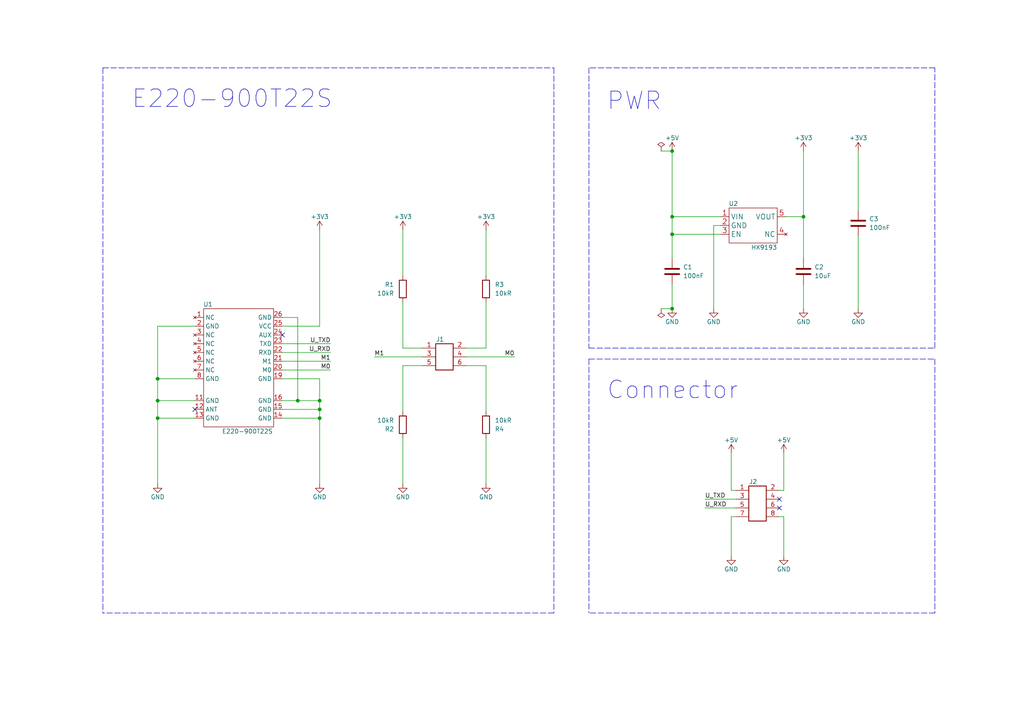
<source format=kicad_sch>
(kicad_sch (version 20211123) (generator eeschema)
  (paper "A4")
  (title_block (title "UART TT MCU") (date "2022-03-13") (rev "1.0.1"))
  (lib_symbols
    (symbol "Connector_Generic:Conn_02x03_Odd_Even" (pin_names (offset 1.016) hide)
      (property "Reference" "J" (at 1.27 5.08 0))
      (property "Value" "Conn_02x03_Odd_Even" (at 1.27 -5.08 0))
      (symbol "Conn_02x03_Odd_Even_1_1"
        (rectangle (start -1.27 3.81) (end 3.81 -3.81) (stroke (width 0.254)))
        (pin passive line (at -5.08 2.54 0) (length 3.81) (name "Pin_1") (number "1"))
        (pin passive line (at 7.62 2.54 180) (length 3.81) (name "Pin_2") (number "2"))
        (pin passive line (at -5.08 0 0) (length 3.81) (name "Pin_3") (number "3"))
        (pin passive line (at 7.62 0 180) (length 3.81) (name "Pin_4") (number "4"))
        (pin passive line (at -5.08 -2.54 0) (length 3.81) (name "Pin_5") (number "5"))
        (pin passive line (at 7.62 -2.54 180) (length 3.81) (name "Pin_6") (number "6"))
      )
    )
    (symbol "Connector_Generic:Conn_02x04_Odd_Even" (pin_names (offset 1.016) hide)
      (property "Reference" "J" (at 1.27 5.08 0))
      (property "Value" "Conn_02x04_Odd_Even" (at 1.27 -7.62 0))
      (symbol "Conn_02x04_Odd_Even_1_1"
        (rectangle (start -1.27 3.81) (end 3.81 -6.35) (stroke (width 0.254)))
        (pin passive line (at -5.08 2.54 0) (length 3.81) (name "Pin_1") (number "1"))
        (pin passive line (at 7.62 2.54 180) (length 3.81) (name "Pin_2") (number "2"))
        (pin passive line (at -5.08 0 0) (length 3.81) (name "Pin_3") (number "3"))
        (pin passive line (at 7.62 0 180) (length 3.81) (name "Pin_4") (number "4"))
        (pin passive line (at -5.08 -2.54 0) (length 3.81) (name "Pin_5") (number "5"))
        (pin passive line (at 7.62 -2.54 180) (length 3.81) (name "Pin_6") (number "6"))
        (pin passive line (at -5.08 -5.08 0) (length 3.81) (name "Pin_7") (number "7"))
        (pin passive line (at 7.62 -5.08 180) (length 3.81) (name "Pin_8") (number "8"))
      )
    )
    (symbol "Device:C" (pin_numbers hide) (pin_names (offset 0.254))
      (property "Reference" "C" (at 0.635 2.54 0))
      (property "Value" "C" (at 0.635 -2.54 0))
      (symbol "C_0_1"
        (polyline (pts (xy -2.032 -0.762) (xy 2.032 -0.762)) (stroke (width 0.508)))
        (polyline (pts (xy -2.032 0.762) (xy 2.032 0.762)) (stroke (width 0.508)))
      )
      (symbol "C_1_1"
        (pin passive line (at 0 3.81 270) (length 2.794) (name "~") (number "1"))
        (pin passive line (at 0 -3.81 90) (length 2.794) (name "~") (number "2"))
      )
    )
    (symbol "Device:R" (pin_numbers hide) (pin_names (offset 0))
      (property "Reference" "R" (at 2.032 0 90))
      (property "Value" "R" (at 0 0 90))
      (symbol "R_0_1"
        (rectangle (start -1.016 -2.54) (end 1.016 2.54) (stroke (width 0.254)))
      )
      (symbol "R_1_1"
        (pin passive line (at 0 3.81 270) (length 1.27) (name "~") (number "1"))
        (pin passive line (at 0 -3.81 90) (length 1.27) (name "~") (number "2"))
      )
    )
    (symbol "ESP8266:HX9193"
      (property "Reference" "U" (at 1.27 11.43 0))
      (property "Value" "HX9193" (at 10.16 -1.27 0))
      (symbol "HX9193_0_1"
        (rectangle (start 0 10.16) (end 13.97 0))
      )
      (symbol "HX9193_1_1"
        (pin power_in line (at -2.54 7.62 0) (length 2.54) (name "VIN") (number "1"))
        (pin power_in line (at -2.54 5.08 0) (length 2.54) (name "GND") (number "2"))
        (pin input line (at -2.54 2.54 0) (length 2.54) (name "EN") (number "3"))
        (pin no_connect line (at 16.51 2.54 180) (length 2.54) (name "NC") (number "4"))
        (pin power_out line (at 16.51 7.62 180) (length 2.54) (name "VOUT") (number "5"))
      )
    )
    (symbol "TTLibrary:E220-900T22S"
      (property "Reference" "U" (at 1.27 35.56 0))
      (property "Value" "E220-900T22S" (at 13.97 -1.27 0))
      (symbol "E220-900T22S_0_1"
        (rectangle (start 0 34.29) (end 20.32 0))
      )
      (symbol "E220-900T22S_1_1"
        (pin no_connect line (at -2.54 31.75 0) (length 2.54) (name "NC") (number "1"))
        (pin power_in line (at -2.54 7.62 0) (length 2.54) (name "GND") (number "11"))
        (pin bidirectional line (at -2.54 5.08 0) (length 2.54) (name "ANT") (number "12"))
        (pin power_in line (at -2.54 2.54 0) (length 2.54) (name "GND") (number "13"))
        (pin power_in line (at 22.86 2.54 180) (length 2.54) (name "GND") (number "14"))
        (pin power_in line (at 22.86 5.08 180) (length 2.54) (name "GND") (number "15"))
        (pin power_in line (at 22.86 7.62 180) (length 2.54) (name "GND") (number "16"))
        (pin power_in line (at 22.86 13.97 180) (length 2.54) (name "GND") (number "19"))
        (pin power_in line (at -2.54 29.21 0) (length 2.54) (name "GND") (number "2"))
        (pin input line (at 22.86 16.51 180) (length 2.54) (name "M0") (number "20"))
        (pin input line (at 22.86 19.05 180) (length 2.54) (name "M1") (number "21"))
        (pin input line (at 22.86 21.59 180) (length 2.54) (name "RXD") (number "22"))
        (pin output line (at 22.86 24.13 180) (length 2.54) (name "TXD") (number "23"))
        (pin output line (at 22.86 26.67 180) (length 2.54) (name "AUX") (number "24"))
        (pin power_in line (at 22.86 29.21 180) (length 2.54) (name "VCC") (number "25"))
        (pin power_in line (at 22.86 31.75 180) (length 2.54) (name "GND") (number "26"))
        (pin no_connect line (at -2.54 26.67 0) (length 2.54) (name "NC") (number "3"))
        (pin no_connect line (at -2.54 24.13 0) (length 2.54) (name "NC") (number "4"))
        (pin no_connect line (at -2.54 21.59 0) (length 2.54) (name "NC") (number "5"))
        (pin no_connect line (at -2.54 19.05 0) (length 2.54) (name "NC") (number "6"))
        (pin no_connect line (at -2.54 16.51 0) (length 2.54) (name "NC") (number "7"))
        (pin power_in line (at -2.54 13.97 0) (length 2.54) (name "GND") (number "8"))
      )
    )
    (symbol "power:+3.3V" (power) (pin_names (offset 0))
      (property "Value" "+3.3V" (at 0 3.556 0))
      (symbol "+3.3V_0_1"
        (polyline (pts (xy -0.762 1.27) (xy 0 2.54)))
        (polyline (pts (xy 0 0) (xy 0 2.54)))
        (polyline (pts (xy 0 2.54) (xy 0.762 1.27)))
      )
      (symbol "+3.3V_1_1"
        (pin power_in line (at 0 0 90) (length 0) hide (name "+3V3") (number "1"))
      )
    )
    (symbol "power:+5V" (power) (pin_names (offset 0))
      (property "Value" "+5V" (at 0 3.556 0))
      (symbol "+5V_0_1"
        (polyline (pts (xy -0.762 1.27) (xy 0 2.54)))
        (polyline (pts (xy 0 0) (xy 0 2.54)))
        (polyline (pts (xy 0 2.54) (xy 0.762 1.27)))
      )
      (symbol "+5V_1_1"
        (pin power_in line (at 0 0 90) (length 0) hide (name "+5V") (number "1"))
      )
    )
    (symbol "power:GND" (power) (pin_names (offset 0))
      (property "Value" "GND" (at 0 -3.81 0))
      (symbol "GND_0_1"
        (polyline (pts (xy 0 0) (xy 0 -1.27) (xy 1.27 -1.27) (xy 0 -2.54) (xy -1.27 -1.27) (xy 0 -1.27)))
      )
      (symbol "GND_1_1"
        (pin power_in line (at 0 0 270) (length 0) hide (name "GND") (number "1"))
      )
    )
    (symbol "power:PWR_FLAG" (power) (pin_numbers hide) (pin_names (offset 0) hide)
      (property "Value" "PWR_FLAG" (at 0 3.81 0))
      (symbol "PWR_FLAG_0_0"
        (pin power_out line (at 0 0 90) (length 0) (name "pwr") (number "1"))
      )
      (symbol "PWR_FLAG_0_1"
        (polyline (pts (xy 0 0) (xy 0 1.27) (xy -1.016 1.905) (xy 0 2.54) (xy 1.016 1.905) (xy 0 1.27)))
      )
    )
  )
  (junction (at 194.945 62.865))
  (junction (at 194.945 43.815))
  (junction (at 194.945 67.945))
  (junction (at 92.71 116.205))
  (junction (at 45.72 121.285))
  (junction (at 45.72 116.205))
  (junction (at 194.945 89.535))
  (junction (at 45.72 109.855))
  (junction (at 233.045 62.865))
  (junction (at 92.71 118.745))
  (junction (at 86.36 116.205))
  (junction (at 92.71 121.285))
  (no_connect (at 226.06 147.32))
  (no_connect (at 226.06 144.78))
  (no_connect (at 56.515 118.745))
  (no_connect (at 81.915 97.155))
  (wire (pts (xy 92.71 109.855) (xy 92.71 116.205)))
  (wire (pts (xy 248.92 43.815) (xy 248.92 60.96)))
  (wire (pts (xy 116.84 87.63) (xy 116.84 100.965)))
  (polyline (pts (xy 170.815 104.14) (xy 170.815 177.8)))
  (wire (pts (xy 227.33 149.86) (xy 227.33 161.29)))
  (wire (pts (xy 248.92 68.58) (xy 248.92 89.535)))
  (wire (pts (xy 81.915 99.695) (xy 95.885 99.695)))
  (wire (pts (xy 194.945 62.865) (xy 194.945 67.945)))
  (wire (pts (xy 140.97 87.63) (xy 140.97 100.965)))
  (wire (pts (xy 204.47 144.78) (xy 213.36 144.78)))
  (wire (pts (xy 56.515 109.855) (xy 45.72 109.855)))
  (wire (pts (xy 45.72 94.615) (xy 45.72 109.855)))
  (wire (pts (xy 212.09 149.86) (xy 212.09 161.29)))
  (wire (pts (xy 81.915 107.315) (xy 95.885 107.315)))
  (wire (pts (xy 81.915 94.615) (xy 92.71 94.615)))
  (wire (pts (xy 233.045 62.865) (xy 233.045 74.93)))
  (wire (pts (xy 212.09 131.445) (xy 212.09 142.24)))
  (polyline (pts (xy 271.145 19.685) (xy 170.815 19.685)))
  (wire (pts (xy 92.71 121.285) (xy 92.71 140.335)))
  (wire (pts (xy 92.71 94.615) (xy 92.71 66.675)))
  (wire (pts (xy 81.915 104.775) (xy 95.885 104.775)))
  (wire (pts (xy 116.84 127) (xy 116.84 140.335)))
  (wire (pts (xy 92.71 118.745) (xy 92.71 121.285)))
  (wire (pts (xy 233.045 62.865) (xy 233.045 43.815)))
  (wire (pts (xy 86.36 92.075) (xy 86.36 116.205)))
  (wire (pts (xy 207.01 65.405) (xy 207.01 89.535)))
  (polyline (pts (xy 29.845 19.685) (xy 160.655 19.685)))
  (wire (pts (xy 45.72 109.855) (xy 45.72 116.205)))
  (wire (pts (xy 226.06 149.86) (xy 227.33 149.86)))
  (wire (pts (xy 56.515 121.285) (xy 45.72 121.285)))
  (wire (pts (xy 194.945 62.865) (xy 208.915 62.865)))
  (wire (pts (xy 108.585 103.505) (xy 122.555 103.505)))
  (polyline (pts (xy 271.145 100.965) (xy 271.145 19.685)))
  (wire (pts (xy 116.84 66.675) (xy 116.84 80.01)))
  (wire (pts (xy 86.36 116.205) (xy 92.71 116.205)))
  (wire (pts (xy 227.965 62.865) (xy 233.045 62.865)))
  (wire (pts (xy 213.36 149.86) (xy 212.09 149.86)))
  (polyline (pts (xy 271.145 104.14) (xy 271.145 177.8)))
  (wire (pts (xy 208.915 65.405) (xy 207.01 65.405)))
  (wire (pts (xy 194.945 67.945) (xy 194.945 74.93)))
  (wire (pts (xy 233.045 82.55) (xy 233.045 89.535)))
  (wire (pts (xy 81.915 92.075) (xy 86.36 92.075)))
  (wire (pts (xy 116.84 106.045) (xy 122.555 106.045)))
  (wire (pts (xy 45.72 116.205) (xy 45.72 121.285)))
  (wire (pts (xy 140.97 100.965) (xy 135.255 100.965)))
  (wire (pts (xy 81.915 118.745) (xy 92.71 118.745)))
  (wire (pts (xy 81.915 121.285) (xy 92.71 121.285)))
  (wire (pts (xy 81.915 102.235) (xy 95.885 102.235)))
  (wire (pts (xy 191.77 43.815) (xy 194.945 43.815)))
  (polyline (pts (xy 160.655 19.685) (xy 160.655 177.8)))
  (wire (pts (xy 116.84 100.965) (xy 122.555 100.965)))
  (wire (pts (xy 81.915 116.205) (xy 86.36 116.205)))
  (polyline (pts (xy 170.815 100.965) (xy 271.145 100.965)))
  (wire (pts (xy 56.515 94.615) (xy 45.72 94.615)))
  (wire (pts (xy 140.97 66.675) (xy 140.97 80.01)))
  (polyline (pts (xy 271.145 177.8) (xy 170.815 177.8)))
  (wire (pts (xy 227.33 142.24) (xy 227.33 131.445)))
  (wire (pts (xy 45.72 121.285) (xy 45.72 140.335)))
  (wire (pts (xy 140.97 127) (xy 140.97 140.335)))
  (wire (pts (xy 116.84 119.38) (xy 116.84 106.045)))
  (polyline (pts (xy 29.845 19.685) (xy 29.845 177.8)))
  (wire (pts (xy 226.06 142.24) (xy 227.33 142.24)))
  (wire (pts (xy 194.945 43.815) (xy 194.945 62.865)))
  (wire (pts (xy 212.09 142.24) (xy 213.36 142.24)))
  (wire (pts (xy 135.255 103.505) (xy 149.225 103.505)))
  (wire (pts (xy 92.71 116.205) (xy 92.71 118.745)))
  (wire (pts (xy 81.915 109.855) (xy 92.71 109.855)))
  (wire (pts (xy 140.97 106.045) (xy 135.255 106.045)))
  (wire (pts (xy 194.945 67.945) (xy 208.915 67.945)))
  (wire (pts (xy 191.77 89.535) (xy 194.945 89.535)))
  (polyline (pts (xy 170.815 104.14) (xy 271.145 104.14)))
  (polyline (pts (xy 170.815 19.685) (xy 170.815 100.965)))
  (polyline (pts (xy 160.655 177.8) (xy 29.845 177.8)))
  (wire (pts (xy 140.97 119.38) (xy 140.97 106.045)))
  (wire (pts (xy 56.515 116.205) (xy 45.72 116.205)))
  (wire (pts (xy 194.945 82.55) (xy 194.945 89.535)))
  (wire (pts (xy 204.47 147.32) (xy 213.36 147.32)))
  (text "PWR" (at 175.895 32.385 0) (effects (font (size 5.08 5.08)) (justify left bottom)))
  (text "Connector" (at 175.895 116.205 0) (effects (font (size 5.08 5.08)) (justify left bottom)))
  (text "E220-900T22S" (at 38.1 31.75 0) (effects (font (size 5.08 5.08)) (justify left bottom)))
  (label "U_TXD" (at 204.47 144.78 0))
  (label "M0" (at 95.885 107.315 180))
  (label "M1" (at 108.585 103.505 0))
  (label "M0" (at 149.225 103.505 180))
  (label "U_RXD" (at 95.885 102.235 180))
  (label "U_TXD" (at 95.885 99.695 180))
  (label "U_RXD" (at 204.47 147.32 0))
  (label "M1" (at 95.885 104.775 180))
  (symbol (lib_id "power:+5V") (at 194.945 43.815 0) (unit 1)
    (property "Reference" "#PWR08" (effects hide))
    (property "Value" "+5V" (at 194.945 40.005 0))
  )
  (symbol (lib_id "Device:C") (at 194.945 78.74 0) (unit 1)
    (property "Reference" "C1" (at 198.12 77.4699 0) (effects (justify left)))
    (property "Value" "100nF" (at 198.12 80.0099 0) (effects (justify left)))
    (property "Footprint" "TTLibrary:C_0603_1608Metric" (effects hide))
  )
  (symbol (lib_id "power:GND") (at 140.97 140.335 0) (unit 1)
    (property "Reference" "#PWR07" (effects hide))
    (property "Value" "GND" (at 140.97 144.145 0))
  )
  (symbol (lib_id "power:GND") (at 227.33 161.29 0) (mirror y) (unit 1)
    (property "Reference" "#PWR014" (effects hide))
    (property "Value" "GND" (at 227.33 165.1 0))
  )
  (symbol (lib_id "Device:R") (at 140.97 83.82 0) (unit 1)
    (property "Reference" "R3" (at 143.51 82.5499 0) (effects (justify left)))
    (property "Value" "10kR" (at 143.51 85.0899 0) (effects (justify left)))
    (property "Footprint" "TTLibrary:R_0603_1608Metric" (effects hide))
  )
  (symbol (lib_id "power:+5V") (at 212.09 131.445 0) (unit 1)
    (property "Reference" "#PWR011" (effects hide))
    (property "Value" "+5V" (at 212.09 127.635 0))
  )
  (symbol (lib_id "power:GND") (at 233.045 89.535 0) (unit 1)
    (property "Reference" "#PWR016" (effects hide))
    (property "Value" "GND" (at 233.045 93.345 0))
  )
  (symbol (lib_id "Connector_Generic:Conn_02x04_Odd_Even") (at 218.44 144.78 0) (unit 1)
    (property "Reference" "J2" (at 218.44 139.7 0))
    (property "Value" "Conn_02x04_Odd_Even" (effects hide))
    (property "Footprint" "TTLibrary:PinHeader_2x04_P1.27mm_Vertical_SMD" (effects hide))
  )
  (symbol (lib_id "power:GND") (at 45.72 140.335 0) (mirror y) (unit 1)
    (property "Reference" "#PWR01" (effects hide))
    (property "Value" "GND" (at 45.72 144.145 0))
  )
  (symbol (lib_id "Device:C") (at 248.92 64.77 0) (unit 1)
    (property "Reference" "C3" (at 252.095 63.4999 0) (effects (justify left)))
    (property "Value" "100nF" (at 252.095 66.0399 0) (effects (justify left)))
    (property "Footprint" "TTLibrary:C_0603_1608Metric" (effects hide))
  )
  (symbol (lib_id "power:+5V") (at 227.33 131.445 0) (unit 1)
    (property "Reference" "#PWR013" (effects hide))
    (property "Value" "+5V" (at 227.33 127.635 0))
  )
  (symbol (lib_id "power:GND") (at 116.84 140.335 0) (unit 1)
    (property "Reference" "#PWR05" (effects hide))
    (property "Value" "GND" (at 116.84 144.145 0))
  )
  (symbol (lib_id "power:+3.3V") (at 233.045 43.815 0) (unit 1)
    (property "Reference" "#PWR015" (effects hide))
    (property "Value" "+3.3V" (at 233.045 40.005 0))
  )
  (symbol (lib_id "power:GND") (at 92.71 140.335 0) (unit 1)
    (property "Reference" "#PWR03" (effects hide))
    (property "Value" "GND" (at 92.71 144.145 0))
  )
  (symbol (lib_id "power:GND") (at 248.92 89.535 0) (unit 1)
    (property "Reference" "#PWR018" (effects hide))
    (property "Value" "GND" (at 248.92 93.345 0))
  )
  (symbol (lib_id "power:PWR_FLAG") (at 191.77 43.815 0) (unit 1)
    (property "Reference" "#FLG01" (effects hide))
    (property "Value" "PWR_FLAG" (effects hide))
  )
  (symbol (lib_id "Device:R") (at 140.97 123.19 0) (mirror x) (unit 1)
    (property "Reference" "R4" (at 143.51 124.4601 0) (effects (justify left)))
    (property "Value" "10kR" (at 143.51 121.9201 0) (effects (justify left)))
    (property "Footprint" "TTLibrary:R_0603_1608Metric" (effects hide))
  )
  (symbol (lib_id "power:GND") (at 212.09 161.29 0) (unit 1)
    (property "Reference" "#PWR012" (effects hide))
    (property "Value" "GND" (at 212.09 165.1 0))
  )
  (symbol (lib_id "Device:R") (at 116.84 83.82 0) (mirror y) (unit 1)
    (property "Reference" "R1" (at 114.3 82.5499 0) (effects (justify left)))
    (property "Value" "10kR" (at 114.3 85.0899 0) (effects (justify left)))
    (property "Footprint" "TTLibrary:R_0603_1608Metric" (effects hide))
  )
  (symbol (lib_id "power:+3.3V") (at 248.92 43.815 0) (unit 1)
    (property "Reference" "#PWR017" (effects hide))
    (property "Value" "+3.3V" (at 248.92 40.005 0))
  )
  (symbol (lib_id "power:GND") (at 207.01 89.535 0) (unit 1)
    (property "Reference" "#PWR010" (effects hide))
    (property "Value" "GND" (at 207.01 93.345 0))
  )
  (symbol (lib_id "power:PWR_FLAG") (at 191.77 89.535 180) (unit 1)
    (property "Reference" "#FLG02" (effects hide))
    (property "Value" "PWR_FLAG" (effects hide))
  )
  (symbol (lib_id "power:+3.3V") (at 92.71 66.675 0) (unit 1)
    (property "Reference" "#PWR02" (effects hide))
    (property "Value" "+3.3V" (at 92.71 62.865 0))
  )
  (symbol (lib_id "Device:C") (at 233.045 78.74 0) (unit 1)
    (property "Reference" "C2" (at 236.22 77.4699 0) (effects (justify left)))
    (property "Value" "10uF" (at 236.22 80.0099 0) (effects (justify left)))
    (property "Footprint" "TTLibrary:C_0603_1608Metric" (effects hide))
  )
  (symbol (lib_id "power:+3.3V") (at 140.97 66.675 0) (unit 1)
    (property "Reference" "#PWR06" (effects hide))
    (property "Value" "+3.3V" (at 140.97 62.865 0))
  )
  (symbol (lib_id "power:+3.3V") (at 116.84 66.675 0) (unit 1)
    (property "Reference" "#PWR04" (effects hide))
    (property "Value" "+3.3V" (at 116.84 62.865 0))
  )
  (symbol (lib_id "power:GND") (at 194.945 89.535 0) (unit 1)
    (property "Reference" "#PWR09" (effects hide))
    (property "Value" "GND" (at 194.945 93.345 0))
  )
  (symbol (lib_id "TTLibrary:E220-900T22S") (at 59.055 123.825 0) (unit 1)
    (property "Reference" "U1" (at 60.325 88.265 0))
    (property "Value" "E220-900T22S" (at 71.755 125.095 0))
    (property "Footprint" "TTLibrary:E220-900T22S" (effects hide))
  )
  (symbol (lib_id "Connector_Generic:Conn_02x03_Odd_Even") (at 127.635 103.505 0) (unit 1)
    (property "Reference" "J1" (at 127.635 98.425 0))
    (property "Value" "Conn_02x03_Odd_Even" (effects hide))
    (property "Footprint" "TTLibrary:PinHeader_2x03_P2.54mm_Vertical" (effects hide))
  )
  (symbol (lib_id "ESP8266:HX9193") (at 211.455 70.485 0) (unit 1)
    (property "Reference" "U2" (at 212.725 59.055 0))
    (property "Value" "HX9193" (at 221.615 71.755 0))
    (property "Footprint" "TTLibrary:SOT-23-5" (effects hide))
  )
  (symbol (lib_id "Device:R") (at 116.84 123.19 180) (unit 1)
    (property "Reference" "R2" (at 114.3 124.4601 0) (effects (justify left)))
    (property "Value" "10kR" (at 114.3 121.9201 0) (effects (justify left)))
    (property "Footprint" "TTLibrary:R_0603_1608Metric" (effects hide))
  )
)
</source>
